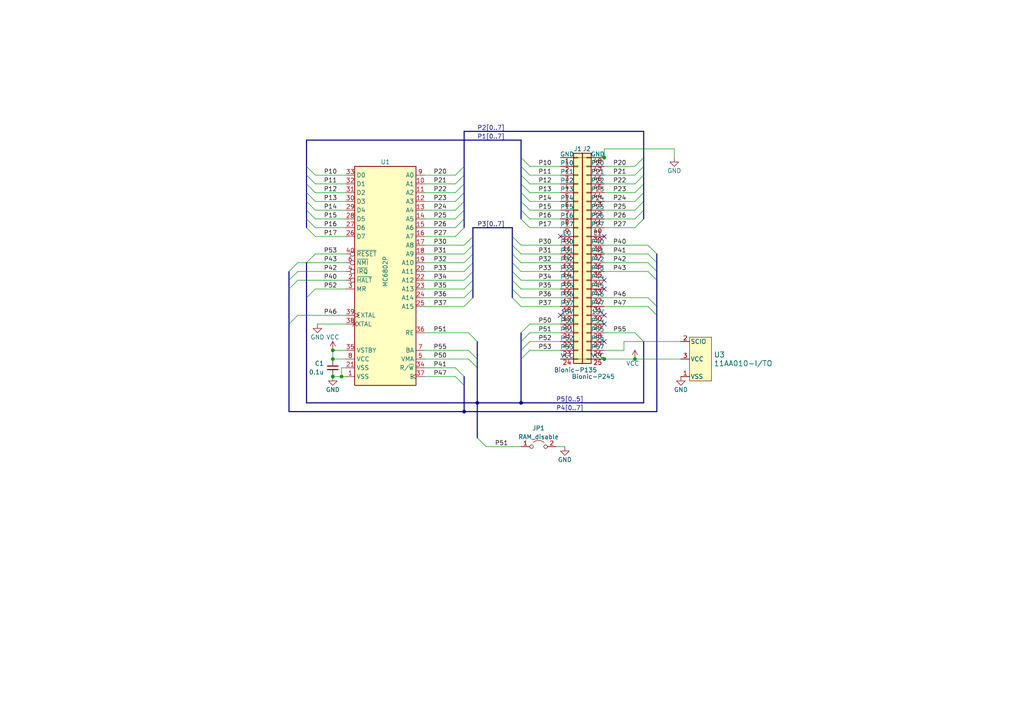
<source format=kicad_sch>
(kicad_sch (version 20230121) (generator eeschema)
  (paper "A4")
  (title_block (title "BionicMC6802") (date "2024-03-16") (rev "3") (company "Tadashi G. Takaoka"))
  (lib_symbols
    (symbol "0-LocalLibrary:11AA010-I_TO" (pin_names (offset 0.254))
      (property "Reference" "U" (at 2.54 1.27 0))
      (property "Value" "11AA010-I/TO" (at 3.81 -13.97 0))
      (symbol "11AA010-I_TO_1_1"
        (rectangle (start 0 0) (end 6.35 -12.7) (fill (type background)))
        (pin power_in line (at -2.54 -11.43 0) (length 2.54) (name "VSS") (number "1"))
        (pin bidirectional line (at -2.54 -1.27 0) (length 2.54) (name "SCIO") (number "2"))
        (pin power_in line (at -2.54 -6.35 0) (length 2.54) (name "VCC") (number "3"))
      )
    )
    (symbol "0-LocalLibrary:Bionic-P135" (pin_names (offset 0))
      (property "Reference" "J" (at 0 30.48 0))
      (property "Value" "Bionic-P135" (at -1.27 -33.02 0))
      (symbol "Bionic-P135_1_1"
        (rectangle (start -1.27 -30.353) (end 0 -30.607) (stroke (width 0.1524)))
        (rectangle (start -1.27 -27.813) (end 0 -28.067) (stroke (width 0.1524)))
        (rectangle (start -1.27 -25.273) (end 0 -25.527) (stroke (width 0.1524)))
        (rectangle (start -1.27 -22.733) (end 0 -22.987) (stroke (width 0.1524)))
        (rectangle (start -1.27 -20.193) (end 0 -20.447) (stroke (width 0.1524)))
        (rectangle (start -1.27 -17.653) (end 0 -17.907) (stroke (width 0.1524)))
        (rectangle (start -1.27 -15.113) (end 0 -15.367) (stroke (width 0.1524)))
        (rectangle (start -1.27 -12.573) (end 0 -12.827) (stroke (width 0.1524)))
        (rectangle (start -1.27 -10.033) (end 0 -10.287) (stroke (width 0.1524)))
        (rectangle (start -1.27 -7.493) (end 0 -7.747) (stroke (width 0.1524)))
        (rectangle (start -1.27 -4.953) (end 0 -5.207) (stroke (width 0.1524)))
        (rectangle (start -1.27 -2.413) (end 0 -2.667) (stroke (width 0.1524)))
        (rectangle (start -1.27 0.127) (end 0 -0.127) (stroke (width 0.1524)))
        (rectangle (start -1.27 2.667) (end 0 2.413) (stroke (width 0.1524)))
        (rectangle (start -1.27 5.207) (end 0 4.953) (stroke (width 0.1524)))
        (rectangle (start -1.27 7.747) (end 0 7.493) (stroke (width 0.1524)))
        (rectangle (start -1.27 10.287) (end 0 10.033) (stroke (width 0.1524)))
        (rectangle (start -1.27 12.827) (end 0 12.573) (stroke (width 0.1524)))
        (rectangle (start -1.27 15.367) (end 0 15.113) (stroke (width 0.1524)))
        (rectangle (start -1.27 17.907) (end 0 17.653) (stroke (width 0.1524)))
        (rectangle (start -1.27 20.447) (end 0 20.193) (stroke (width 0.1524)))
        (rectangle (start -1.27 22.987) (end 0 22.733) (stroke (width 0.1524)))
        (rectangle (start -1.27 25.527) (end 0 25.273) (stroke (width 0.1524)))
        (rectangle (start -1.27 28.067) (end 0 27.813) (stroke (width 0.1524)))
        (rectangle (start -1.27 29.21) (end 1.27 -31.75) (stroke (width 0.254)) (fill (type background)))
        (pin power_out line (at -5.08 27.94 0) (length 3.81) (name "GND") (number "1"))
        (pin bidirectional line (at -5.08 5.08 0) (length 3.81) (name "E0") (number "10"))
        (pin bidirectional line (at -5.08 2.54 0) (length 3.81) (name "P30") (number "11"))
        (pin bidirectional line (at -5.08 0 0) (length 3.81) (name "P31") (number "12"))
        (pin bidirectional line (at -5.08 -2.54 0) (length 3.81) (name "P32") (number "13"))
        (pin bidirectional line (at -5.08 -5.08 0) (length 3.81) (name "P33") (number "14"))
        (pin bidirectional line (at -5.08 -7.62 0) (length 3.81) (name "P34") (number "15"))
        (pin bidirectional line (at -5.08 -10.16 0) (length 3.81) (name "P35") (number "16"))
        (pin bidirectional line (at -5.08 -12.7 0) (length 3.81) (name "P36") (number "17"))
        (pin bidirectional line (at -5.08 -15.24 0) (length 3.81) (name "P37") (number "18"))
        (pin power_out line (at -5.08 -17.78 0) (length 3.81) (name "15V") (number "19"))
        (pin bidirectional line (at -5.08 25.4 0) (length 3.81) (name "P10") (number "2"))
        (pin bidirectional line (at -5.08 -20.32 0) (length 3.81) (name "P50") (number "20"))
        (pin bidirectional line (at -5.08 -22.86 0) (length 3.81) (name "P51") (number "21"))
        (pin bidirectional line (at -5.08 -25.4 0) (length 3.81) (name "P52") (number "22"))
        (pin bidirectional line (at -5.08 -27.94 0) (length 3.81) (name "P53") (number "23"))
        (pin power_out line (at -5.08 -30.48 0) (length 3.81) (name "VCC") (number "24"))
        (pin bidirectional line (at -5.08 22.86 0) (length 3.81) (name "P11") (number "3"))
        (pin bidirectional line (at -5.08 20.32 0) (length 3.81) (name "P12") (number "4"))
        (pin bidirectional line (at -5.08 17.78 0) (length 3.81) (name "P13") (number "5"))
        (pin bidirectional line (at -5.08 15.24 0) (length 3.81) (name "P14") (number "6"))
        (pin bidirectional line (at -5.08 12.7 0) (length 3.81) (name "P15") (number "7"))
        (pin bidirectional line (at -5.08 10.16 0) (length 3.81) (name "P16") (number "8"))
        (pin bidirectional line (at -5.08 7.62 0) (length 3.81) (name "P17") (number "9"))
      )
    )
    (symbol "0-LocalLibrary:Bionic-P245" (pin_names (offset 0))
      (property "Reference" "J" (at -3.81 30.48 0))
      (property "Value" "Bionic-P245" (at -1.27 -33.02 0))
      (symbol "Bionic-P245_1_1"
        (rectangle (start -5.08 -31.75) (end -2.54 29.21) (stroke (width 0.254)) (fill (type background)))
        (rectangle (start -3.81 -30.607) (end -2.54 -30.353) (stroke (width 0.1524)))
        (rectangle (start -3.81 -28.067) (end -2.54 -27.813) (stroke (width 0.1524)))
        (rectangle (start -3.81 -25.527) (end -2.54 -25.273) (stroke (width 0.1524)))
        (rectangle (start -3.81 -22.987) (end -2.54 -22.733) (stroke (width 0.1524)))
        (rectangle (start -3.81 -20.447) (end -2.54 -20.193) (stroke (width 0.1524)))
        (rectangle (start -3.81 -17.907) (end -2.54 -17.653) (stroke (width 0.1524)))
        (rectangle (start -3.81 -15.367) (end -2.54 -15.113) (stroke (width 0.1524)))
        (rectangle (start -3.81 -12.827) (end -2.54 -12.573) (stroke (width 0.1524)))
        (rectangle (start -3.81 -10.287) (end -2.54 -10.033) (stroke (width 0.1524)))
        (rectangle (start -3.81 -7.747) (end -2.54 -7.493) (stroke (width 0.1524)))
        (rectangle (start -3.81 -5.207) (end -2.54 -4.953) (stroke (width 0.1524)))
        (rectangle (start -3.81 -2.667) (end -2.54 -2.413) (stroke (width 0.1524)))
        (rectangle (start -3.81 -0.127) (end -2.54 0.127) (stroke (width 0.1524)))
        (rectangle (start -3.81 2.413) (end -2.54 2.667) (stroke (width 0.1524)))
        (rectangle (start -3.81 4.953) (end -2.54 5.207) (stroke (width 0.1524)))
        (rectangle (start -3.81 7.493) (end -2.54 7.747) (stroke (width 0.1524)))
        (rectangle (start -3.81 10.033) (end -2.54 10.287) (stroke (width 0.1524)))
        (rectangle (start -3.81 12.573) (end -2.54 12.827) (stroke (width 0.1524)))
        (rectangle (start -3.81 15.113) (end -2.54 15.367) (stroke (width 0.1524)))
        (rectangle (start -3.81 17.653) (end -2.54 17.907) (stroke (width 0.1524)))
        (rectangle (start -3.81 20.193) (end -2.54 20.447) (stroke (width 0.1524)))
        (rectangle (start -3.81 22.733) (end -2.54 22.987) (stroke (width 0.1524)))
        (rectangle (start -3.81 25.273) (end -2.54 25.527) (stroke (width 0.1524)))
        (rectangle (start -3.81 27.813) (end -2.54 28.067) (stroke (width 0.1524)))
        (pin power_in line (at 1.27 -30.48 180) (length 3.81) (name "VCC") (number "25"))
        (pin bidirectional line (at 1.27 -27.94 180) (length 3.81) (name "P57") (number "26"))
        (pin bidirectional line (at 1.27 -25.4 180) (length 3.81) (name "P56") (number "27"))
        (pin bidirectional line (at 1.27 -22.86 180) (length 3.81) (name "P55") (number "28"))
        (pin bidirectional line (at 1.27 -20.32 180) (length 3.81) (name "P54") (number "29"))
        (pin power_in line (at 1.27 -17.78 180) (length 3.81) (name "15V") (number "30"))
        (pin bidirectional line (at 1.27 -15.24 180) (length 3.81) (name "P47") (number "31"))
        (pin bidirectional line (at 1.27 -12.7 180) (length 3.81) (name "P46") (number "32"))
        (pin bidirectional line (at 1.27 -10.16 180) (length 3.81) (name "P45") (number "33"))
        (pin bidirectional line (at 1.27 -7.62 180) (length 3.81) (name "P44") (number "34"))
        (pin bidirectional line (at 1.27 -5.08 180) (length 3.81) (name "P43") (number "35"))
        (pin bidirectional line (at 1.27 -2.54 180) (length 3.81) (name "P42") (number "36"))
        (pin bidirectional line (at 1.27 0 180) (length 3.81) (name "P41") (number "37"))
        (pin bidirectional line (at 1.27 2.54 180) (length 3.81) (name "P40") (number "38"))
        (pin bidirectional line (at 1.27 5.08 180) (length 3.81) (name "E1") (number "39"))
        (pin bidirectional line (at 1.27 7.62 180) (length 3.81) (name "P27") (number "40"))
        (pin bidirectional line (at 1.27 10.16 180) (length 3.81) (name "P26") (number "41"))
        (pin bidirectional line (at 1.27 12.7 180) (length 3.81) (name "P25") (number "42"))
        (pin bidirectional line (at 1.27 15.24 180) (length 3.81) (name "P24") (number "43"))
        (pin bidirectional line (at 1.27 17.78 180) (length 3.81) (name "P23") (number "44"))
        (pin bidirectional line (at 1.27 20.32 180) (length 3.81) (name "P22") (number "45"))
        (pin bidirectional line (at 1.27 22.86 180) (length 3.81) (name "P21") (number "46"))
        (pin bidirectional line (at 1.27 25.4 180) (length 3.81) (name "P20") (number "47"))
        (pin power_in line (at 1.27 27.94 180) (length 3.81) (name "GND") (number "48"))
      )
    )
    (symbol "0-LocalLibrary:MC6802P"
      (property "Reference" "U" (at -1.27 31.75 0))
      (property "Value" "MC6802P" (at 0 -3.81 90))
      (symbol "MC6802P_0_1"
        (rectangle (start -8.89 -33.02) (end 8.89 30.48) (stroke (width 0.254)) (fill (type background)))
      )
      (symbol "MC6802P_1_1"
        (pin power_in line (at -11.43 -30.48 0) (length 2.54) (name "VSS") (number "1"))
        (pin output line (at 11.43 25.4 180) (length 2.54) (name "A1") (number "10"))
        (pin output line (at 11.43 22.86 180) (length 2.54) (name "A2") (number "11"))
        (pin output line (at 11.43 20.32 180) (length 2.54) (name "A3") (number "12"))
        (pin output line (at 11.43 17.78 180) (length 2.54) (name "A4") (number "13"))
        (pin output line (at 11.43 15.24 180) (length 2.54) (name "A5") (number "14"))
        (pin output line (at 11.43 12.7 180) (length 2.54) (name "A6") (number "15"))
        (pin output line (at 11.43 10.16 180) (length 2.54) (name "A7") (number "16"))
        (pin output line (at 11.43 7.62 180) (length 2.54) (name "A8") (number "17"))
        (pin output line (at 11.43 5.08 180) (length 2.54) (name "A9") (number "18"))
        (pin output line (at 11.43 2.54 180) (length 2.54) (name "A10") (number "19"))
        (pin input inverted (at -11.43 -2.54 0) (length 2.54) (name "~{HALT}") (number "2"))
        (pin output line (at 11.43 0 180) (length 2.54) (name "A11") (number "20"))
        (pin power_in line (at -11.43 -27.94 0) (length 2.54) (name "VSS") (number "21"))
        (pin output line (at 11.43 -2.54 180) (length 2.54) (name "A12") (number "22"))
        (pin output line (at 11.43 -5.08 180) (length 2.54) (name "A13") (number "23"))
        (pin output line (at 11.43 -7.62 180) (length 2.54) (name "A14") (number "24"))
        (pin output line (at 11.43 -10.16 180) (length 2.54) (name "A15") (number "25"))
        (pin bidirectional line (at -11.43 10.16 0) (length 2.54) (name "D7") (number "26"))
        (pin bidirectional line (at -11.43 12.7 0) (length 2.54) (name "D6") (number "27"))
        (pin bidirectional line (at -11.43 15.24 0) (length 2.54) (name "D5") (number "28"))
        (pin bidirectional line (at -11.43 17.78 0) (length 2.54) (name "D4") (number "29"))
        (pin input line (at -11.43 -5.08 0) (length 2.54) (name "MR") (number "3"))
        (pin bidirectional line (at -11.43 20.32 0) (length 2.54) (name "D3") (number "30"))
        (pin bidirectional line (at -11.43 22.86 0) (length 2.54) (name "D2") (number "31"))
        (pin bidirectional line (at -11.43 25.4 0) (length 2.54) (name "D1") (number "32"))
        (pin bidirectional line (at -11.43 27.94 0) (length 2.54) (name "D0") (number "33"))
        (pin output line (at 11.43 -27.94 180) (length 2.54) (name "R/~{W}") (number "34"))
        (pin power_in line (at -11.43 -22.86 0) (length 2.54) (name "VSTBY") (number "35"))
        (pin input line (at 11.43 -17.78 180) (length 2.54) (name "RE") (number "36"))
        (pin output clock (at 11.43 -30.48 180) (length 2.54) (name "E") (number "37"))
        (pin passive non_logic (at -11.43 -15.24 0) (length 2.54) (name "XTAL") (number "38"))
        (pin input clock (at -11.43 -12.7 0) (length 2.54) (name "EXTAL") (number "39"))
        (pin input inverted (at -11.43 0 0) (length 2.54) (name "~{IRQ}") (number "4"))
        (pin input inverted (at -11.43 5.08 0) (length 2.54) (name "~{RESET}") (number "40"))
        (pin output line (at 11.43 -25.4 180) (length 2.54) (name "VMA") (number "5"))
        (pin input inverted (at -11.43 2.54 0) (length 2.54) (name "~{NMI}") (number "6"))
        (pin output line (at 11.43 -22.86 180) (length 2.54) (name "BA") (number "7"))
        (pin power_in line (at -11.43 -25.4 0) (length 2.54) (name "VCC") (number "8"))
        (pin output line (at 11.43 27.94 180) (length 2.54) (name "A0") (number "9"))
      )
    )
    (symbol "Device:C_Small" (pin_numbers hide) (pin_names (offset 0.254) hide)
      (property "Reference" "C" (at 0.254 1.778 0))
      (property "Value" "C_Small" (at 0.254 -2.032 0))
      (symbol "C_Small_0_1"
        (polyline (pts (xy -1.524 -0.508) (xy 1.524 -0.508)) (stroke (width 0.3302)))
        (polyline (pts (xy -1.524 0.508) (xy 1.524 0.508)) (stroke (width 0.3048)))
      )
      (symbol "C_Small_1_1"
        (pin passive line (at 0 2.54 270) (length 2.032) (name "~") (number "1"))
        (pin passive line (at 0 -2.54 90) (length 2.032) (name "~") (number "2"))
      )
    )
    (symbol "Jumper:Jumper_2_Open" (pin_names (offset 0) hide)
      (property "Reference" "JP" (at 0 2.794 0))
      (property "Value" "Jumper_2_Open" (at 0 -2.286 0))
      (symbol "Jumper_2_Open_0_0"
        (circle (center -2.032 0) (radius 0.508))
        (circle (center 2.032 0) (radius 0.508))
      )
      (symbol "Jumper_2_Open_0_1"
        (arc (start 1.524 1.27) (mid 0 1.778) (end -1.524 1.27))
      )
      (symbol "Jumper_2_Open_1_1"
        (pin passive line (at -5.08 0 0) (length 2.54) (name "A") (number "1"))
        (pin passive line (at 5.08 0 180) (length 2.54) (name "B") (number "2"))
      )
    )
    (symbol "power:GND" (power) (pin_names (offset 0))
      (property "Value" "GND" (at 0 -3.81 0))
      (symbol "GND_0_1"
        (polyline (pts (xy 0 0) (xy 0 -1.27) (xy 1.27 -1.27) (xy 0 -2.54) (xy -1.27 -1.27) (xy 0 -1.27)))
      )
      (symbol "GND_1_1"
        (pin power_in line (at 0 0 270) (length 0) hide (name "GND") (number "1"))
      )
    )
    (symbol "power:VCC" (power) (pin_names (offset 0))
      (property "Value" "VCC" (at 0 3.81 0))
      (symbol "VCC_0_1"
        (polyline (pts (xy -0.762 1.27) (xy 0 2.54)))
        (polyline (pts (xy 0 0) (xy 0 2.54)))
        (polyline (pts (xy 0 2.54) (xy 0.762 1.27)))
      )
      (symbol "VCC_1_1"
        (pin power_in line (at 0 0 90) (length 0) hide (name "VCC") (number "1"))
      )
    )
  )
  (junction (at 96.52 109.22))
  (junction (at 96.52 101.6))
  (junction (at 138.43 116.84))
  (junction (at 151.13 116.84))
  (junction (at 99.06 109.22))
  (junction (at 184.15 104.14))
  (junction (at 175.26 104.14))
  (junction (at 96.52 104.14))
  (junction (at 175.26 45.72))
  (junction (at 134.62 119.38))
  (no_connect (at 175.26 93.98))
  (no_connect (at 175.26 68.58))
  (no_connect (at 175.26 81.28))
  (no_connect (at 175.26 91.44))
  (no_connect (at 175.26 99.06))
  (no_connect (at 175.26 83.82))
  (no_connect (at 162.56 68.58))
  (no_connect (at 162.56 91.44))
  (bus_entry (at 153.67 93.98) (size -2.54 2.54))
  (bus_entry (at 186.69 53.34) (size -2.54 2.54))
  (bus_entry (at 153.67 55.88) (size -2.54 -2.54))
  (bus_entry (at 151.13 71.12) (size -2.54 -2.54))
  (bus_entry (at 148.59 86.36) (size 2.54 2.54))
  (bus_entry (at 88.9 76.2) (size 2.54 -2.54))
  (bus_entry (at 86.36 78.74) (size -2.54 2.54))
  (bus_entry (at 187.96 73.66) (size 2.54 2.54))
  (bus_entry (at 153.67 99.06) (size -2.54 2.54))
  (bus_entry (at 187.96 78.74) (size 2.54 2.54))
  (bus_entry (at 134.62 81.28) (size 2.54 -2.54))
  (bus_entry (at 153.67 60.96) (size -2.54 -2.54))
  (bus_entry (at 148.59 83.82) (size 2.54 2.54))
  (bus_entry (at 186.69 50.8) (size -2.54 2.54))
  (bus_entry (at 134.62 86.36) (size 2.54 -2.54))
  (bus_entry (at 135.89 96.52) (size 2.54 2.54))
  (bus_entry (at 134.62 76.2) (size 2.54 -2.54))
  (bus_entry (at 134.62 73.66) (size 2.54 -2.54))
  (bus_entry (at 86.36 81.28) (size -2.54 2.54))
  (bus_entry (at 86.36 91.44) (size -2.54 2.54))
  (bus_entry (at 134.62 50.8) (size -2.54 2.54))
  (bus_entry (at 153.67 96.52) (size -2.54 2.54))
  (bus_entry (at 153.67 101.6) (size -2.54 2.54))
  (bus_entry (at 187.96 86.36) (size 2.54 2.54))
  (bus_entry (at 153.67 50.8) (size -2.54 -2.54))
  (bus_entry (at 186.69 58.42) (size -2.54 2.54))
  (bus_entry (at 134.62 71.12) (size 2.54 -2.54))
  (bus_entry (at 135.89 104.14) (size 2.54 2.54))
  (bus_entry (at 91.44 68.58) (size -2.54 -2.54))
  (bus_entry (at 134.62 63.5) (size -2.54 2.54))
  (bus_entry (at 134.62 48.26) (size -2.54 2.54))
  (bus_entry (at 148.59 81.28) (size 2.54 2.54))
  (bus_entry (at 153.67 58.42) (size -2.54 -2.54))
  (bus_entry (at 134.62 66.04) (size -2.54 2.54))
  (bus_entry (at 186.69 48.26) (size -2.54 2.54))
  (bus_entry (at 86.36 76.2) (size -2.54 2.54))
  (bus_entry (at 91.44 60.96) (size -2.54 -2.54))
  (bus_entry (at 153.67 48.26) (size -2.54 -2.54))
  (bus_entry (at 132.08 106.68) (size 2.54 2.54))
  (bus_entry (at 134.62 60.96) (size -2.54 2.54))
  (bus_entry (at 91.44 58.42) (size -2.54 -2.54))
  (bus_entry (at 132.08 109.22) (size 2.54 2.54))
  (bus_entry (at 184.15 96.52) (size 2.54 2.54))
  (bus_entry (at 186.69 60.96) (size -2.54 2.54))
  (bus_entry (at 91.44 53.34) (size -2.54 -2.54))
  (bus_entry (at 134.62 58.42) (size -2.54 2.54))
  (bus_entry (at 91.44 55.88) (size -2.54 -2.54))
  (bus_entry (at 186.69 63.5) (size -2.54 2.54))
  (bus_entry (at 148.59 76.2) (size 2.54 2.54))
  (bus_entry (at 91.44 50.8) (size -2.54 -2.54))
  (bus_entry (at 91.44 63.5) (size -2.54 -2.54))
  (bus_entry (at 134.62 83.82) (size 2.54 -2.54))
  (bus_entry (at 138.43 127) (size 2.54 2.54))
  (bus_entry (at 153.67 66.04) (size -2.54 -2.54))
  (bus_entry (at 186.69 55.88) (size -2.54 2.54))
  (bus_entry (at 187.96 76.2) (size 2.54 2.54))
  (bus_entry (at 153.67 63.5) (size -2.54 -2.54))
  (bus_entry (at 135.89 101.6) (size 2.54 2.54))
  (bus_entry (at 134.62 88.9) (size 2.54 -2.54))
  (bus_entry (at 153.67 53.34) (size -2.54 -2.54))
  (bus_entry (at 134.62 78.74) (size 2.54 -2.54))
  (bus_entry (at 134.62 53.34) (size -2.54 2.54))
  (bus_entry (at 148.59 78.74) (size 2.54 2.54))
  (bus_entry (at 187.96 88.9) (size 2.54 2.54))
  (bus_entry (at 186.69 45.72) (size -2.54 2.54))
  (bus_entry (at 148.59 73.66) (size 2.54 2.54))
  (bus_entry (at 134.62 55.88) (size -2.54 2.54))
  (bus_entry (at 148.59 71.12) (size 2.54 2.54))
  (bus_entry (at 187.96 71.12) (size 2.54 2.54))
  (bus_entry (at 91.44 66.04) (size -2.54 -2.54))
  (bus_entry (at 88.9 86.36) (size 2.54 -2.54))
  (wire (pts (xy 100.33 66.04) (xy 91.44 66.04)))
  (wire (pts (xy 88.9 76.2) (xy 100.33 76.2)))
  (bus (pts (xy 148.59 83.82) (xy 148.59 86.36)))
  (bus (pts (xy 148.59 78.74) (xy 148.59 81.28)))
  (wire (pts (xy 175.26 101.6) (xy 180.975 101.6)))
  (bus (pts (xy 151.13 101.6) (xy 151.13 104.14)))
  (wire (pts (xy 151.13 78.74) (xy 162.56 78.74)))
  (bus (pts (xy 138.43 116.84) (xy 151.13 116.84)))
  (wire (pts (xy 123.19 78.74) (xy 134.62 78.74)))
  (wire (pts (xy 140.97 129.54) (xy 151.13 129.54)))
  (bus (pts (xy 88.9 76.2) (xy 88.9 86.36)))
  (wire (pts (xy 96.52 101.6) (xy 100.33 101.6)))
  (bus (pts (xy 137.16 73.66) (xy 137.16 76.2)))
  (bus (pts (xy 186.69 38.1) (xy 186.69 45.72)))
  (bus (pts (xy 151.13 99.06) (xy 151.13 101.6)))
  (wire (pts (xy 123.19 96.52) (xy 135.89 96.52)))
  (bus (pts (xy 137.16 66.04) (xy 148.59 66.04)))
  (wire (pts (xy 123.19 109.22) (xy 132.08 109.22)))
  (wire (pts (xy 162.56 58.42) (xy 153.67 58.42)))
  (wire (pts (xy 132.08 106.68) (xy 123.19 106.68)))
  (bus (pts (xy 88.9 40.64) (xy 151.13 40.64)))
  (wire (pts (xy 175.26 43.18) (xy 175.26 45.72)))
  (wire (pts (xy 123.19 101.6) (xy 135.89 101.6)))
  (bus (pts (xy 137.16 68.58) (xy 137.16 71.12)))
  (bus (pts (xy 134.62 48.26) (xy 134.62 50.8)))
  (wire (pts (xy 100.33 68.58) (xy 91.44 68.58)))
  (bus (pts (xy 190.5 78.74) (xy 190.5 81.28)))
  (bus (pts (xy 190.5 119.38) (xy 134.62 119.38)))
  (wire (pts (xy 175.26 76.2) (xy 187.96 76.2)))
  (wire (pts (xy 91.44 73.66) (xy 100.33 73.66)))
  (wire (pts (xy 175.26 53.34) (xy 184.15 53.34)))
  (wire (pts (xy 123.19 60.96) (xy 132.08 60.96)))
  (bus (pts (xy 148.59 71.12) (xy 148.59 73.66)))
  (wire (pts (xy 96.52 101.6) (xy 96.52 104.14)))
  (wire (pts (xy 162.56 101.6) (xy 153.67 101.6)))
  (bus (pts (xy 137.16 76.2) (xy 137.16 78.74)))
  (bus (pts (xy 134.62 58.42) (xy 134.62 60.96)))
  (wire (pts (xy 86.36 91.44) (xy 100.33 91.44)))
  (wire (pts (xy 123.19 76.2) (xy 134.62 76.2)))
  (bus (pts (xy 151.13 104.14) (xy 151.13 116.84)))
  (wire (pts (xy 162.56 63.5) (xy 153.67 63.5)))
  (wire (pts (xy 151.13 83.82) (xy 162.56 83.82)))
  (wire (pts (xy 151.13 71.12) (xy 162.56 71.12)))
  (wire (pts (xy 175.26 63.5) (xy 184.15 63.5)))
  (bus (pts (xy 137.16 78.74) (xy 137.16 81.28)))
  (wire (pts (xy 162.56 99.06) (xy 153.67 99.06)))
  (wire (pts (xy 162.56 96.52) (xy 153.67 96.52)))
  (wire (pts (xy 175.26 71.12) (xy 187.96 71.12)))
  (wire (pts (xy 162.56 55.88) (xy 153.67 55.88)))
  (bus (pts (xy 186.69 58.42) (xy 186.69 60.96)))
  (bus (pts (xy 148.59 73.66) (xy 148.59 76.2)))
  (wire (pts (xy 100.33 53.34) (xy 91.44 53.34)))
  (wire (pts (xy 96.52 104.14) (xy 100.33 104.14)))
  (wire (pts (xy 175.26 50.8) (xy 184.15 50.8)))
  (wire (pts (xy 99.06 109.22) (xy 100.33 109.22)))
  (bus (pts (xy 134.62 38.1) (xy 134.62 48.26)))
  (wire (pts (xy 123.19 81.28) (xy 134.62 81.28)))
  (wire (pts (xy 123.19 58.42) (xy 132.08 58.42)))
  (bus (pts (xy 186.69 99.06) (xy 186.69 116.84)))
  (wire (pts (xy 162.56 53.34) (xy 153.67 53.34)))
  (bus (pts (xy 148.59 81.28) (xy 148.59 83.82)))
  (wire (pts (xy 123.19 63.5) (xy 132.08 63.5)))
  (wire (pts (xy 92.075 93.98) (xy 100.33 93.98)))
  (bus (pts (xy 88.9 50.8) (xy 88.9 53.34)))
  (bus (pts (xy 134.62 119.38) (xy 83.82 119.38)))
  (wire (pts (xy 123.19 55.88) (xy 132.08 55.88)))
  (bus (pts (xy 151.13 40.64) (xy 151.13 45.72)))
  (bus (pts (xy 134.62 111.76) (xy 134.62 119.38)))
  (wire (pts (xy 175.26 78.74) (xy 187.96 78.74)))
  (wire (pts (xy 123.19 53.34) (xy 132.08 53.34)))
  (bus (pts (xy 83.82 81.28) (xy 83.82 83.82)))
  (wire (pts (xy 123.19 50.8) (xy 132.08 50.8)))
  (bus (pts (xy 186.69 60.96) (xy 186.69 63.5)))
  (bus (pts (xy 148.59 76.2) (xy 148.59 78.74)))
  (bus (pts (xy 134.62 50.8) (xy 134.62 53.34)))
  (wire (pts (xy 86.36 81.28) (xy 100.33 81.28)))
  (bus (pts (xy 134.62 109.22) (xy 134.62 111.76)))
  (bus (pts (xy 88.9 86.36) (xy 88.9 116.84)))
  (wire (pts (xy 162.56 48.26) (xy 153.67 48.26)))
  (bus (pts (xy 134.62 60.96) (xy 134.62 63.5)))
  (bus (pts (xy 151.13 55.88) (xy 151.13 58.42)))
  (bus (pts (xy 88.9 58.42) (xy 88.9 60.96)))
  (bus (pts (xy 88.9 63.5) (xy 88.9 66.04)))
  (wire (pts (xy 151.13 76.2) (xy 162.56 76.2)))
  (wire (pts (xy 184.15 104.14) (xy 197.485 104.14)))
  (wire (pts (xy 162.56 50.8) (xy 153.67 50.8)))
  (bus (pts (xy 137.16 81.28) (xy 137.16 83.82)))
  (bus (pts (xy 190.5 81.28) (xy 190.5 88.9)))
  (bus (pts (xy 190.5 73.66) (xy 190.5 76.2)))
  (wire (pts (xy 175.26 86.36) (xy 187.96 86.36)))
  (wire (pts (xy 162.56 93.98) (xy 153.67 93.98)))
  (bus (pts (xy 134.62 63.5) (xy 134.62 66.04)))
  (bus (pts (xy 134.62 38.1) (xy 186.69 38.1)))
  (wire (pts (xy 100.33 58.42) (xy 91.44 58.42)))
  (wire (pts (xy 175.26 60.96) (xy 184.15 60.96)))
  (wire (pts (xy 151.13 73.66) (xy 162.56 73.66)))
  (bus (pts (xy 186.69 55.88) (xy 186.69 58.42)))
  (bus (pts (xy 138.43 104.14) (xy 138.43 106.68)))
  (bus (pts (xy 186.69 45.72) (xy 186.69 48.26)))
  (wire (pts (xy 175.26 66.04) (xy 184.15 66.04)))
  (bus (pts (xy 88.9 60.96) (xy 88.9 63.5)))
  (wire (pts (xy 123.19 66.04) (xy 132.08 66.04)))
  (wire (pts (xy 151.13 86.36) (xy 162.56 86.36)))
  (wire (pts (xy 123.19 104.14) (xy 135.89 104.14)))
  (wire (pts (xy 96.52 109.22) (xy 99.06 109.22)))
  (wire (pts (xy 175.26 88.9) (xy 187.96 88.9)))
  (bus (pts (xy 186.69 53.34) (xy 186.69 55.88)))
  (wire (pts (xy 100.33 50.8) (xy 91.44 50.8)))
  (bus (pts (xy 151.13 50.8) (xy 151.13 53.34)))
  (wire (pts (xy 123.19 68.58) (xy 132.08 68.58)))
  (bus (pts (xy 190.5 88.9) (xy 190.5 91.44)))
  (bus (pts (xy 83.82 83.82) (xy 83.82 93.98)))
  (wire (pts (xy 123.19 73.66) (xy 134.62 73.66)))
  (bus (pts (xy 186.69 50.8) (xy 186.69 53.34)))
  (bus (pts (xy 138.43 99.06) (xy 138.43 104.14)))
  (wire (pts (xy 123.19 83.82) (xy 134.62 83.82)))
  (bus (pts (xy 137.16 83.82) (xy 137.16 86.36)))
  (wire (pts (xy 161.29 129.54) (xy 163.83 129.54)))
  (bus (pts (xy 134.62 55.88) (xy 134.62 58.42)))
  (bus (pts (xy 138.43 106.68) (xy 138.43 116.84)))
  (wire (pts (xy 86.36 78.74) (xy 100.33 78.74)))
  (wire (pts (xy 162.56 104.14) (xy 175.26 104.14)))
  (bus (pts (xy 88.9 53.34) (xy 88.9 55.88)))
  (wire (pts (xy 186.69 99.06) (xy 197.485 99.06)))
  (wire (pts (xy 175.26 73.66) (xy 187.96 73.66)))
  (wire (pts (xy 100.33 106.68) (xy 99.06 106.68)))
  (bus (pts (xy 138.43 116.84) (xy 138.43 127)))
  (wire (pts (xy 175.26 58.42) (xy 184.15 58.42)))
  (wire (pts (xy 100.33 60.96) (xy 91.44 60.96)))
  (bus (pts (xy 88.9 116.84) (xy 138.43 116.84)))
  (wire (pts (xy 99.06 106.68) (xy 99.06 109.22)))
  (wire (pts (xy 162.56 45.72) (xy 175.26 45.72)))
  (bus (pts (xy 88.9 48.26) (xy 88.9 50.8)))
  (bus (pts (xy 151.13 45.72) (xy 151.13 48.26)))
  (wire (pts (xy 175.26 48.26) (xy 184.15 48.26)))
  (wire (pts (xy 162.56 66.04) (xy 153.67 66.04)))
  (wire (pts (xy 91.44 83.82) (xy 100.33 83.82)))
  (bus (pts (xy 190.5 91.44) (xy 190.5 119.38)))
  (wire (pts (xy 175.26 43.18) (xy 195.58 43.18)))
  (wire (pts (xy 195.58 43.18) (xy 195.58 45.72)))
  (bus (pts (xy 190.5 76.2) (xy 190.5 78.74)))
  (bus (pts (xy 83.82 78.74) (xy 83.82 81.28)))
  (bus (pts (xy 137.16 66.04) (xy 137.16 68.58)))
  (wire (pts (xy 184.15 96.52) (xy 175.26 96.52)))
  (wire (pts (xy 86.36 76.2) (xy 88.9 76.2)))
  (wire (pts (xy 123.19 86.36) (xy 134.62 86.36)))
  (bus (pts (xy 137.16 71.12) (xy 137.16 73.66)))
  (bus (pts (xy 186.69 48.26) (xy 186.69 50.8)))
  (wire (pts (xy 100.33 55.88) (xy 91.44 55.88)))
  (wire (pts (xy 123.19 71.12) (xy 134.62 71.12)))
  (bus (pts (xy 151.13 116.84) (xy 186.69 116.84)))
  (bus (pts (xy 88.9 40.64) (xy 88.9 48.26)))
  (bus (pts (xy 151.13 60.96) (xy 151.13 63.5)))
  (wire (pts (xy 100.33 63.5) (xy 91.44 63.5)))
  (wire (pts (xy 123.19 88.9) (xy 134.62 88.9)))
  (bus (pts (xy 151.13 58.42) (xy 151.13 60.96)))
  (bus (pts (xy 148.59 68.58) (xy 148.59 71.12)))
  (wire (pts (xy 180.975 99.06) (xy 186.69 99.06)))
  (bus (pts (xy 151.13 48.26) (xy 151.13 50.8)))
  (bus (pts (xy 151.13 96.52) (xy 151.13 99.06)))
  (bus (pts (xy 83.82 119.38) (xy 83.82 93.98)))
  (wire (pts (xy 180.975 101.6) (xy 180.975 99.06)))
  (wire (pts (xy 175.26 55.88) (xy 184.15 55.88)))
  (bus (pts (xy 148.59 66.04) (xy 148.59 68.58)))
  (wire (pts (xy 162.56 60.96) (xy 153.67 60.96)))
  (bus (pts (xy 151.13 53.34) (xy 151.13 55.88)))
  (wire (pts (xy 151.13 81.28) (xy 162.56 81.28)))
  (wire (pts (xy 175.26 104.14) (xy 184.15 104.14)))
  (bus (pts (xy 88.9 55.88) (xy 88.9 58.42)))
  (bus (pts (xy 134.62 53.34) (xy 134.62 55.88)))
  (wire (pts (xy 151.13 88.9) (xy 162.56 88.9)))
  (label "P5[0..5]" (at 161.29 116.84 0))
  (label "P46" (at 97.79 91.44 180))
  (label "P32" (at 125.73 76.2 0))
  (label "P17" (at 97.79 68.58 180))
  (label "P16" (at 97.79 66.04 180))
  (label "P24" (at 125.73 60.96 0))
  (label "P50" (at 160.02 93.98 180))
  (label "P43" (at 177.8 78.74 0))
  (label "P50" (at 125.73 104.14 0))
  (label "P34" (at 125.73 81.28 0))
  (label "P21" (at 177.8 50.8 0))
  (label "P11" (at 97.79 53.34 180))
  (label "P25" (at 177.8 60.96 0))
  (label "P34" (at 160.02 81.28 180))
  (label "P32" (at 160.02 76.2 180))
  (label "P13" (at 160.02 55.88 180))
  (label "P24" (at 177.8 58.42 0))
  (label "P36" (at 125.73 86.36 0))
  (label "P33" (at 125.73 78.74 0))
  (label "P20" (at 125.73 50.8 0))
  (label "P14" (at 97.79 60.96 180))
  (label "P51" (at 160.02 96.52 180))
  (label "P41" (at 177.8 73.66 0))
  (label "P26" (at 125.73 66.04 0))
  (label "P23" (at 177.8 55.88 0))
  (label "P52" (at 160.02 99.06 180))
  (label "P15" (at 160.02 60.96 180))
  (label "P53" (at 97.79 73.66 180))
  (label "P36" (at 160.02 86.36 180))
  (label "P27" (at 177.8 66.04 0))
  (label "P11" (at 160.02 50.8 180))
  (label "P27" (at 125.73 68.58 0))
  (label "P17" (at 160.02 66.04 180))
  (label "P31" (at 160.02 73.66 180))
  (label "P42" (at 177.8 76.2 0))
  (label "P23" (at 125.73 58.42 0))
  (label "P42" (at 97.79 78.74 180))
  (label "P41" (at 125.73 106.68 0))
  (label "P55" (at 125.73 101.6 0))
  (label "P10" (at 160.02 48.26 180))
  (label "P16" (at 160.02 63.5 180))
  (label "P10" (at 97.79 50.8 180))
  (label "P22" (at 125.73 55.88 0))
  (label "P12" (at 160.02 53.34 180))
  (label "P13" (at 97.79 58.42 180))
  (label "P53" (at 160.02 101.6 180))
  (label "P35" (at 125.73 83.82 0))
  (label "P33" (at 160.02 78.74 180))
  (label "P51" (at 125.73 96.52 0))
  (label "P4[0..7]" (at 161.29 119.38 0))
  (label "P51" (at 143.51 129.54 0))
  (label "P52" (at 97.79 83.82 180))
  (label "P30" (at 125.73 71.12 0))
  (label "P31" (at 125.73 73.66 0))
  (label "P46" (at 177.8 86.36 0))
  (label "P55" (at 177.8 96.52 0))
  (label "P25" (at 125.73 63.5 0))
  (label "P37" (at 125.73 88.9 0))
  (label "P20" (at 177.8 48.26 0))
  (label "P3[0..7]" (at 138.43 66.04 0))
  (label "P1[0..7]" (at 138.43 40.64 0))
  (label "P15" (at 97.79 63.5 180))
  (label "P37" (at 160.02 88.9 180))
  (label "P21" (at 125.73 53.34 0))
  (label "P35" (at 160.02 83.82 180))
  (label "P40" (at 97.79 81.28 180))
  (label "P12" (at 97.79 55.88 180))
  (label "P2[0..7]" (at 138.43 38.1 0))
  (label "P26" (at 177.8 63.5 0))
  (label "P22" (at 177.8 53.34 0))
  (label "P14" (at 160.02 58.42 180))
  (label "P43" (at 97.79 76.2 180))
  (label "P30" (at 160.02 71.12 180))
  (label "P40" (at 177.8 71.12 0))
  (label "P47" (at 177.8 88.9 0))
  (label "P47" (at 125.73 109.22 0))
  (symbol (lib_id "Device:C_Small") (at 96.52 106.68 0) (mirror y) (unit 1)
    (property "Reference" "C1" (at 93.98 105.41 0) (effects (justify left)))
    (property "Value" "0.1u" (at 93.98 107.95 0) (effects (justify left)))
    (property "Footprint" "Capacitor_THT:C_Disc_D3.4mm_W2.1mm_P2.50mm" (effects hide))
  )
  (symbol (lib_id "0-LocalLibrary:MC6802P") (at 111.76 78.74 0) (unit 1)
    (property "Reference" "U1" (at 111.76 46.99 0))
    (property "Value" "MC6802P" (at 111.76 78.74 90))
    (property "Footprint" "Package_DIP:DIP-40_W15.24mm" (effects hide))
    (property "Datasheet" "https://datasheetspdf.com/pdf-file/544765/Motorola/MC6802/1" (effects hide))
  )
  (symbol (lib_id "0-LocalLibrary:Bionic-P135") (at 167.64 73.66 0) (unit 1)
    (property "Reference" "J1" (at 166.37 43.18 0) (effects (justify left)))
    (property "Value" "Bionic-P135" (at 160.655 107.315 0) (effects (justify left)))
    (property "Footprint" "connector:Bionic-P135_Vertical" (effects hide))
  )
  (symbol (lib_id "power:VCC") (at 184.15 104.14 0) (unit 1)
    (property "Reference" "#PWR01" (effects hide))
    (property "Value" "VCC" (at 183.515 105.41 0))
  )
  (symbol (lib_id "power:VCC") (at 96.52 101.6 0) (unit 1)
    (property "Reference" "#PWR013" (effects hide))
    (property "Value" "VCC" (at 96.52 97.79 0))
  )
  (symbol (lib_id "power:GND") (at 92.075 93.98 0) (unit 1)
    (property "Reference" "#PWR014" (effects hide))
    (property "Value" "GND" (at 92.075 97.79 0))
  )
  (symbol (lib_id "power:GND") (at 163.83 129.54 0) (unit 1)
    (property "Reference" "#PWR018" (effects hide))
    (property "Value" "GND" (at 163.83 133.35 0))
  )
  (symbol (lib_id "Jumper:Jumper_2_Open") (at 156.21 129.54 0) (unit 1)
    (property "Reference" "JP1" (at 156.21 124.1892 0))
    (property "Value" "RAM_disable" (at 156.21 126.7261 0))
  )
  (symbol (lib_id "power:GND") (at 197.485 109.22 0) (unit 1)
    (property "Reference" "#PWR02" (effects hide))
    (property "Value" "GND" (at 197.485 113.03 0))
  )
  (symbol (lib_id "0-LocalLibrary:Bionic-P245") (at 173.99 73.66 0) (unit 1)
    (property "Reference" "J2" (at 170.18 43.18 0))
    (property "Value" "Bionic-P245" (at 172.085 109.22 0))
    (property "Footprint" "connector:Bionic-P245_Vertical" (effects hide))
  )
  (symbol (lib_id "power:GND") (at 96.52 109.22 0) (unit 1)
    (property "Reference" "#PWR015" (effects hide))
    (property "Value" "GND" (at 96.52 113.03 0))
  )
  (symbol (lib_id "power:GND") (at 195.58 45.72 0) (unit 1)
    (property "Reference" "#PWR017" (effects hide))
    (property "Value" "GND" (at 195.58 49.53 0))
  )
  (symbol (lib_id "0-LocalLibrary:11AA010-I_TO") (at 200.025 97.79 0) (unit 1)
    (property "Reference" "U3" (at 207.01 102.87 0) (effects (font (size 1.524 1.524)) (justify left)))
    (property "Value" "11AA010-I/TO" (at 207.01 105.41 0) (effects (font (size 1.524 1.524)) (justify left)))
    (property "Footprint" "TO-92_MC_MCH" (effects hide))
    (property "Datasheet" "11AA010-I/TO" (effects hide))
  )
)
</source>
